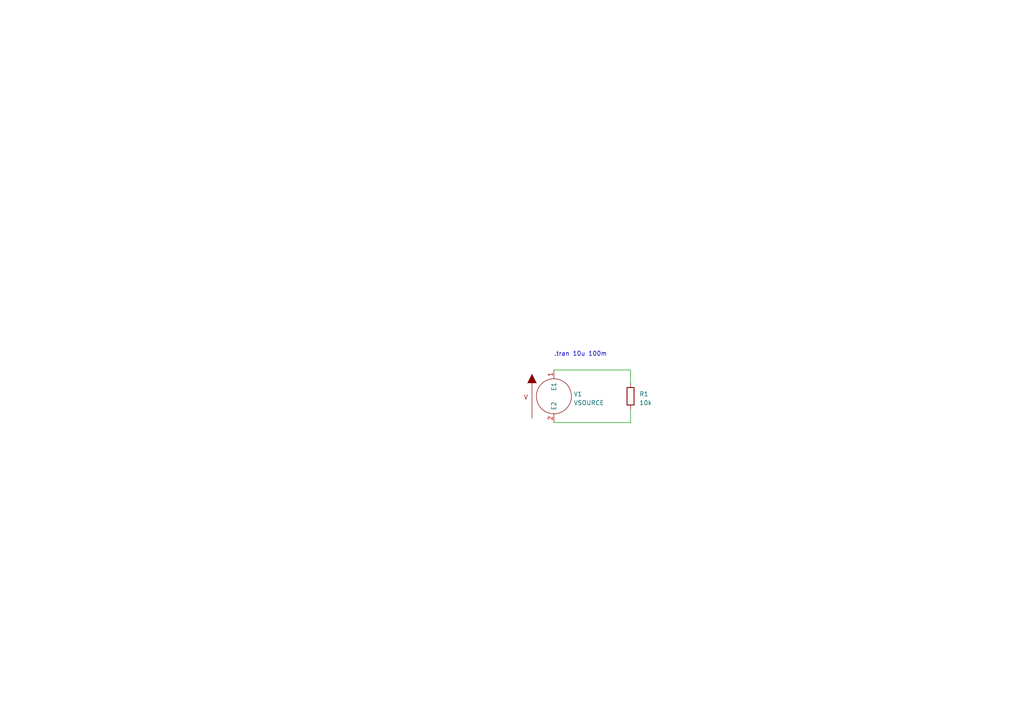
<source format=kicad_sch>
(kicad_sch (version 20220331) (generator eeschema)
  (paper "A4")
  (lib_symbols
    (symbol "Device:R" (pin_numbers hide) (pin_names (offset 0))
      (property "Reference" "R" (at 2.032 0 90))
      (property "Value" "R" (at 0 0 90))
      (symbol "R_0_1"
        (rectangle (start -1.016 -2.54) (end 1.016 2.54) (stroke (width 0.254)))
      )
      (symbol "R_1_1"
        (pin passive line (at 0 3.81 270) (length 1.27) (name "~") (number "1"))
        (pin passive line (at 0 -3.81 90) (length 1.27) (name "~") (number "2"))
      )
    )
    (symbol "pspice:VSOURCE" (pin_names (offset 1.016))
      (property "Reference" "V" (at -6.35 7.62 0))
      (property "Value" "VSOURCE" (at 0 0 0))
      (symbol "VSOURCE_0_1"
        (polyline (pts (xy -6.35 -6.35) (xy -6.35 3.81)) (fill (type outline)))
        (polyline (pts (xy -7.62 3.81) (xy -6.35 6.35) (xy -5.08 3.81)) (fill (type outline)))
        (circle (center 0 0) (radius 5.08))
        (text "V" (at -8.128 -0.254 0) (effects (font (size 1.27 1.27))))
      )
      (symbol "VSOURCE_1_1"
        (pin input line (at 0 7.62 270) (length 2.54) (name "E1") (number "1"))
        (pin input line (at 0 -7.62 90) (length 2.54) (name "E2") (number "2"))
      )
    )
  )
  (wire (pts (xy 182.88 107.315) (xy 182.88 111.125)))
  (wire (pts (xy 160.655 122.555) (xy 182.88 122.555)))
  (wire (pts (xy 160.655 107.315) (xy 182.88 107.315)))
  (wire (pts (xy 182.88 122.555) (xy 182.88 118.745)))
  (text ".tran 10u 100m" (at 160.655 103.505 0) (effects (font (size 1.27 1.27)) (justify left bottom)))
  (symbol (lib_id "pspice:VSOURCE") (at 160.655 114.935 0) (unit 1)
    (property "Reference" "V1" (at 166.37 114.3 0) (effects (justify left)))
    (property "Value" "VSOURCE" (at 166.37 116.84 0) (effects (justify left)))
    (property "Model_Name" "chirp" (effects hide))
    (property "Model_Library" "chirp.lib" (effects hide))
    (property "Model_Device" "SUBCKT" (effects hide))
    (property "Model_Params" "bf=1k ef=3k bt=30m et=70m" (effects hide))
    (property "Model_Pins" "1 2" (effects hide))
  )
  (symbol (lib_id "Device:R") (at 182.88 114.935 0) (unit 1)
    (property "Reference" "R1" (at 185.42 114.3 0) (effects (justify left)))
    (property "Value" "10k" (at 185.42 116.84 0) (effects (justify left)))
  )
)
</source>
